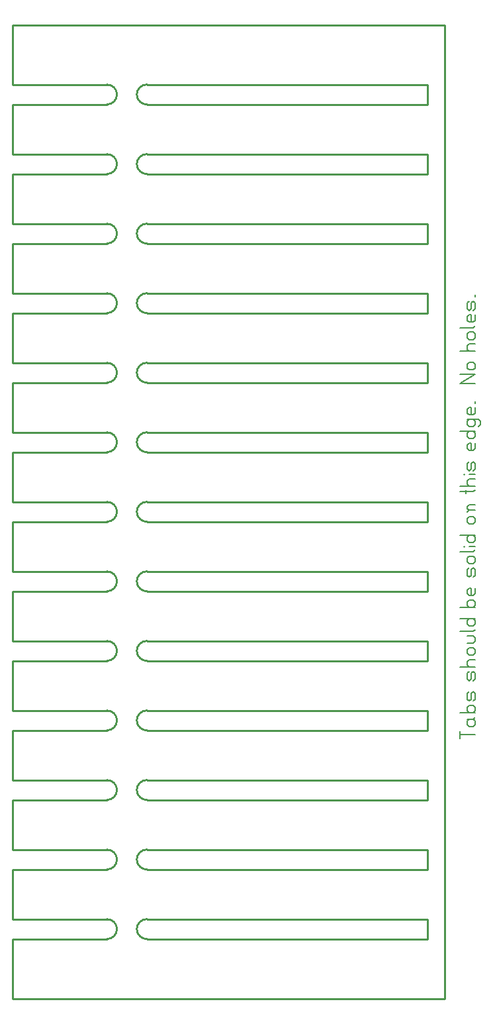
<source format=gbr>
G04 start of page 4 for group 2 idx 2 *
G04 Title: (unknown), outline *
G04 Creator: pcb 4.2.2 *
G04 CreationDate: Tue Dec 31 20:20:16 2024 UTC *
G04 For: ndholmes *
G04 Format: Gerber/RS-274X *
G04 PCB-Dimensions (mil): 3000.00 5500.00 *
G04 PCB-Coordinate-Origin: lower left *
%MOIN*%
%FSLAX25Y25*%
%LNOUTLINE*%
%ADD38C,0.0093*%
%ADD37C,0.0074*%
%ADD36C,0.0100*%
G54D36*X100000Y60000D02*X52500D01*
Y30000D02*X270000D01*
X52500Y60000D02*Y30000D01*
Y70000D02*Y95000D01*
X270000D02*Y70000D01*
X52500Y95000D02*X100000D01*
X120000D02*X261500D01*
X52500Y70000D02*X100000D01*
X120000D02*X261500D01*
X270000Y520000D02*Y30000D01*
Y340000D02*Y315000D01*
Y305000D02*Y280000D01*
Y270000D02*Y245000D01*
Y130000D02*Y105000D01*
X261500Y350000D02*Y340000D01*
Y315000D02*Y305000D01*
Y280000D02*Y270000D01*
Y105000D02*Y95000D01*
Y70000D02*Y60000D01*
X120000D01*
Y140000D02*X261500D01*
X120000Y130000D02*X261500D01*
X120000Y105000D02*X261500D01*
X120000Y340000D02*X261500D01*
X120000Y315000D02*X261500D01*
X120000Y305000D02*X261500D01*
X120000Y280000D02*X261500D01*
X120000Y270000D02*X261500D01*
X52500Y315000D02*Y340000D01*
Y375000D02*X100000D01*
X52500Y350000D02*X100000D01*
X52500Y340000D02*X100000D01*
X52500Y280000D02*Y305000D01*
Y245000D02*Y270000D01*
Y315000D02*X100000D01*
X52500Y305000D02*X100000D01*
X52500Y280000D02*X100000D01*
X52500Y270000D02*X100000D01*
X261500Y245000D02*Y235000D01*
Y210000D02*Y200000D01*
Y175000D02*Y165000D01*
Y140000D02*Y130000D01*
X52500Y245000D02*X100000D01*
X52500Y235000D02*X100000D01*
X52500Y210000D02*X100000D01*
X120000Y245000D02*X261500D01*
X120000Y235000D02*X261500D01*
X120000Y210000D02*X261500D01*
X120000Y200000D02*X261500D01*
X120000Y175000D02*X261500D01*
X120000Y165000D02*X261500D01*
X52500Y210000D02*Y235000D01*
Y175000D02*Y200000D01*
Y140000D02*Y165000D01*
Y105000D02*Y130000D01*
X270000Y235000D02*Y210000D01*
Y200000D02*Y175000D01*
Y165000D02*Y140000D01*
X52500Y200000D02*X100000D01*
X52500Y175000D02*X100000D01*
X52500Y165000D02*X100000D01*
X52500Y140000D02*X100000D01*
X52500Y130000D02*X100000D01*
X52500Y105000D02*X100000D01*
X52500Y520000D02*X270000D01*
X52500Y480000D02*X100000D01*
Y490000D02*X52500D01*
Y520000D01*
Y455000D02*Y480000D01*
Y455000D02*X100000D01*
X52500Y445000D02*X100000D01*
X261500Y420000D02*Y410000D01*
X270000Y445000D02*Y420000D01*
X261500Y385000D02*Y375000D01*
X120000Y490000D02*X261500D01*
X270000Y480000D02*Y455000D01*
X120000Y480000D02*X261500D01*
Y490000D02*Y480000D01*
Y455000D02*Y445000D01*
X120000Y455000D02*X261500D01*
X120000Y445000D02*X261500D01*
X52500Y420000D02*Y445000D01*
Y420000D02*X100000D01*
X52500Y410000D02*X100000D01*
X52500Y385000D02*X100000D01*
X52500D02*Y410000D01*
Y350000D02*Y375000D01*
X120000Y420000D02*X261500D01*
X120000Y410000D02*X261500D01*
X270000D02*Y385000D01*
X120000D02*X261500D01*
X270000Y375000D02*Y350000D01*
X120000Y375000D02*X261500D01*
X120000Y350000D02*X261500D01*
X115000Y170000D02*G75*G03X120000Y165000I5000J0D01*G01*
X115000Y170000D02*G75*G02X120000Y175000I5000J0D01*G01*
X115000Y205000D02*G75*G03X120000Y200000I5000J0D01*G01*
X115000Y205000D02*G75*G02X120000Y210000I5000J0D01*G01*
X105000Y170000D02*G75*G03X100000Y175000I-5000J0D01*G01*
X105000Y205000D02*G75*G02X100000Y200000I-5000J0D01*G01*
X105000Y205000D02*G75*G03X100000Y210000I-5000J0D01*G01*
X105000Y240000D02*G75*G02X100000Y235000I-5000J0D01*G01*
X105000Y240000D02*G75*G03X100000Y245000I-5000J0D01*G01*
X115000Y135000D02*G75*G03X120000Y130000I5000J0D01*G01*
X115000Y135000D02*G75*G02X120000Y140000I5000J0D01*G01*
X105000Y135000D02*G75*G02X100000Y130000I-5000J0D01*G01*
X105000Y135000D02*G75*G03X100000Y140000I-5000J0D01*G01*
X115000Y100000D02*G75*G03X120000Y95000I5000J0D01*G01*
X115000Y100000D02*G75*G02X120000Y105000I5000J0D01*G01*
X105000Y100000D02*G75*G02X100000Y95000I-5000J0D01*G01*
X105000Y100000D02*G75*G03X100000Y105000I-5000J0D01*G01*
X105000Y170000D02*G75*G02X100000Y165000I-5000J0D01*G01*
X115000Y65000D02*G75*G02X120000Y70000I5000J0D01*G01*
X115000Y65000D02*G75*G03X120000Y60000I5000J0D01*G01*
X105000Y65000D02*G75*G03X100000Y70000I-5000J0D01*G01*
X105000Y65000D02*G75*G02X100000Y60000I-5000J0D01*G01*
X115000Y240000D02*G75*G03X120000Y235000I5000J0D01*G01*
X115000Y240000D02*G75*G02X120000Y245000I5000J0D01*G01*
X115000Y275000D02*G75*G03X120000Y270000I5000J0D01*G01*
X115000Y275000D02*G75*G02X120000Y280000I5000J0D01*G01*
X105000Y275000D02*G75*G02X100000Y270000I-5000J0D01*G01*
X105000Y275000D02*G75*G03X100000Y280000I-5000J0D01*G01*
X105000Y310000D02*G75*G02X100000Y305000I-5000J0D01*G01*
X105000Y310000D02*G75*G03X100000Y315000I-5000J0D01*G01*
X115000Y310000D02*G75*G03X120000Y305000I5000J0D01*G01*
X115000Y310000D02*G75*G02X120000Y315000I5000J0D01*G01*
X115000Y345000D02*G75*G03X120000Y340000I5000J0D01*G01*
X115000Y345000D02*G75*G02X120000Y350000I5000J0D01*G01*
X115000Y380000D02*G75*G03X120000Y375000I5000J0D01*G01*
X115000Y380000D02*G75*G02X120000Y385000I5000J0D01*G01*
X105000Y345000D02*G75*G02X100000Y340000I-5000J0D01*G01*
X105000Y345000D02*G75*G03X100000Y350000I-5000J0D01*G01*
X105000Y380000D02*G75*G02X100000Y375000I-5000J0D01*G01*
X105000Y380000D02*G75*G03X100000Y385000I-5000J0D01*G01*
X105000Y415000D02*G75*G02X100000Y410000I-5000J0D01*G01*
X105000Y415000D02*G75*G03X100000Y420000I-5000J0D01*G01*
X115000Y415000D02*G75*G03X120000Y410000I5000J0D01*G01*
X115000Y415000D02*G75*G02X120000Y420000I5000J0D01*G01*
X115000Y450000D02*G75*G03X120000Y445000I5000J0D01*G01*
X115000Y450000D02*G75*G02X120000Y455000I5000J0D01*G01*
X105000Y450000D02*G75*G02X100000Y445000I-5000J0D01*G01*
X105000Y450000D02*G75*G03X100000Y455000I-5000J0D01*G01*
X115000Y485000D02*G75*G03X120000Y480000I5000J0D01*G01*
X115000Y485000D02*G75*G02X120000Y490000I5000J0D01*G01*
X105000Y485000D02*G75*G02X100000Y480000I-5000J0D01*G01*
X105000Y485000D02*G75*G03X100000Y490000I-5000J0D01*G01*
G54D37*X277860Y164720D02*Y161000D01*
Y162860D02*X285300D01*
X281580Y169742D02*X282510Y170672D01*
X281580Y169742D02*Y167882D01*
X282510Y166952D02*X281580Y167882D01*
X282510Y166952D02*X284370D01*
X285300Y167882D01*
X281580Y170672D02*X284370D01*
X285300Y171602D01*
Y169742D02*Y167882D01*
Y169742D02*X284370Y170672D01*
X277860Y173834D02*X285300D01*
X284370D02*X285300Y174764D01*
Y176624D02*Y174764D01*
Y176624D02*X284370Y177554D01*
X282510D02*X284370D01*
X281580Y176624D02*X282510Y177554D01*
X281580Y176624D02*Y174764D01*
X282510Y173834D02*X281580Y174764D01*
X285300Y183506D02*Y180716D01*
Y183506D02*X284370Y184436D01*
X283440Y183506D02*X284370Y184436D01*
X283440Y183506D02*Y180716D01*
X282510Y179786D02*X283440Y180716D01*
X282510Y179786D02*X281580Y180716D01*
Y183506D02*Y180716D01*
Y183506D02*X282510Y184436D01*
X284370Y179786D02*X285300Y180716D01*
Y193736D02*Y190946D01*
Y193736D02*X284370Y194666D01*
X283440Y193736D02*X284370Y194666D01*
X283440Y193736D02*Y190946D01*
X282510Y190016D02*X283440Y190946D01*
X282510Y190016D02*X281580Y190946D01*
Y193736D02*Y190946D01*
Y193736D02*X282510Y194666D01*
X284370Y190016D02*X285300Y190946D01*
X277860Y196898D02*X285300D01*
X282510D02*X281580Y197828D01*
Y199688D02*Y197828D01*
Y199688D02*X282510Y200618D01*
X285300D01*
X282510Y202850D02*X284370D01*
X282510D02*X281580Y203780D01*
Y205640D02*Y203780D01*
Y205640D02*X282510Y206570D01*
X284370D01*
X285300Y205640D02*X284370Y206570D01*
X285300Y205640D02*Y203780D01*
X284370Y202850D02*X285300Y203780D01*
X281580Y208802D02*X284370D01*
X285300Y209732D01*
Y211592D02*Y209732D01*
Y211592D02*X284370Y212522D01*
X281580D02*X284370D01*
X277860Y214754D02*X284370D01*
X285300Y215684D01*
X277860Y221264D02*X285300D01*
Y220334D02*X284370Y221264D01*
X285300Y220334D02*Y218474D01*
X284370Y217544D02*X285300Y218474D01*
X282510Y217544D02*X284370D01*
X282510D02*X281580Y218474D01*
Y220334D02*Y218474D01*
Y220334D02*X282510Y221264D01*
X277860Y226844D02*X285300D01*
X284370D02*X285300Y227774D01*
Y229634D02*Y227774D01*
Y229634D02*X284370Y230564D01*
X282510D02*X284370D01*
X281580Y229634D02*X282510Y230564D01*
X281580Y229634D02*Y227774D01*
X282510Y226844D02*X281580Y227774D01*
X285300Y236516D02*Y233726D01*
X284370Y232796D02*X285300Y233726D01*
X282510Y232796D02*X284370D01*
X282510D02*X281580Y233726D01*
Y235586D02*Y233726D01*
Y235586D02*X282510Y236516D01*
X283440D02*Y232796D01*
X282510Y236516D02*X283440D01*
X285300Y245816D02*Y243026D01*
Y245816D02*X284370Y246746D01*
X283440Y245816D02*X284370Y246746D01*
X283440Y245816D02*Y243026D01*
X282510Y242096D02*X283440Y243026D01*
X282510Y242096D02*X281580Y243026D01*
Y245816D02*Y243026D01*
Y245816D02*X282510Y246746D01*
X284370Y242096D02*X285300Y243026D01*
X282510Y248978D02*X284370D01*
X282510D02*X281580Y249908D01*
Y251768D02*Y249908D01*
Y251768D02*X282510Y252698D01*
X284370D01*
X285300Y251768D02*X284370Y252698D01*
X285300Y251768D02*Y249908D01*
X284370Y248978D02*X285300Y249908D01*
X277860Y254930D02*X284370D01*
X285300Y255860D01*
G54D38*X279720Y257720D02*X279906D01*
G54D37*X282510D02*X285300D01*
X277860Y263300D02*X285300D01*
Y262370D02*X284370Y263300D01*
X285300Y262370D02*Y260510D01*
X284370Y259580D02*X285300Y260510D01*
X282510Y259580D02*X284370D01*
X282510D02*X281580Y260510D01*
Y262370D02*Y260510D01*
Y262370D02*X282510Y263300D01*
Y268880D02*X284370D01*
X282510D02*X281580Y269810D01*
Y271670D02*Y269810D01*
Y271670D02*X282510Y272600D01*
X284370D01*
X285300Y271670D02*X284370Y272600D01*
X285300Y271670D02*Y269810D01*
X284370Y268880D02*X285300Y269810D01*
X282510Y275762D02*X285300D01*
X282510D02*X281580Y276692D01*
Y277622D02*Y276692D01*
Y277622D02*X282510Y278552D01*
X285300D01*
X281580Y274832D02*X282510Y275762D01*
X277860Y285062D02*X284370D01*
X285300Y285992D01*
X280650D02*Y284132D01*
X277860Y287852D02*X285300D01*
X282510D02*X281580Y288782D01*
Y290642D02*Y288782D01*
Y290642D02*X282510Y291572D01*
X285300D01*
G54D38*X279720Y293804D02*X279906D01*
G54D37*X282510D02*X285300D01*
Y299384D02*Y296594D01*
Y299384D02*X284370Y300314D01*
X283440Y299384D02*X284370Y300314D01*
X283440Y299384D02*Y296594D01*
X282510Y295664D02*X283440Y296594D01*
X282510Y295664D02*X281580Y296594D01*
Y299384D02*Y296594D01*
Y299384D02*X282510Y300314D01*
X284370Y295664D02*X285300Y296594D01*
Y309614D02*Y306824D01*
X284370Y305894D02*X285300Y306824D01*
X282510Y305894D02*X284370D01*
X282510D02*X281580Y306824D01*
Y308684D02*Y306824D01*
Y308684D02*X282510Y309614D01*
X283440D02*Y305894D01*
X282510Y309614D02*X283440D01*
X277860Y315566D02*X285300D01*
Y314636D02*X284370Y315566D01*
X285300Y314636D02*Y312776D01*
X284370Y311846D02*X285300Y312776D01*
X282510Y311846D02*X284370D01*
X282510D02*X281580Y312776D01*
Y314636D02*Y312776D01*
Y314636D02*X282510Y315566D01*
X281580Y320588D02*X282510Y321518D01*
X281580Y320588D02*Y318728D01*
X282510Y317798D02*X281580Y318728D01*
X282510Y317798D02*X284370D01*
X285300Y318728D01*
Y320588D02*Y318728D01*
Y320588D02*X284370Y321518D01*
X287160Y317798D02*X288090Y318728D01*
Y320588D02*Y318728D01*
Y320588D02*X287160Y321518D01*
X281580D02*X287160D01*
X285300Y327470D02*Y324680D01*
X284370Y323750D02*X285300Y324680D01*
X282510Y323750D02*X284370D01*
X282510D02*X281580Y324680D01*
Y326540D02*Y324680D01*
Y326540D02*X282510Y327470D01*
X283440D02*Y323750D01*
X282510Y327470D02*X283440D01*
X285300Y330632D02*Y329702D01*
X277860Y339560D02*X285300D01*
X277860D02*X285300Y344210D01*
X277860D02*X285300D01*
X282510Y346442D02*X284370D01*
X282510D02*X281580Y347372D01*
Y349232D02*Y347372D01*
Y349232D02*X282510Y350162D01*
X284370D01*
X285300Y349232D02*X284370Y350162D01*
X285300Y349232D02*Y347372D01*
X284370Y346442D02*X285300Y347372D01*
X277860Y355742D02*X285300D01*
X282510D02*X281580Y356672D01*
Y358532D02*Y356672D01*
Y358532D02*X282510Y359462D01*
X285300D01*
X282510Y361694D02*X284370D01*
X282510D02*X281580Y362624D01*
Y364484D02*Y362624D01*
Y364484D02*X282510Y365414D01*
X284370D01*
X285300Y364484D02*X284370Y365414D01*
X285300Y364484D02*Y362624D01*
X284370Y361694D02*X285300Y362624D01*
X277860Y367646D02*X284370D01*
X285300Y368576D01*
Y374156D02*Y371366D01*
X284370Y370436D02*X285300Y371366D01*
X282510Y370436D02*X284370D01*
X282510D02*X281580Y371366D01*
Y373226D02*Y371366D01*
Y373226D02*X282510Y374156D01*
X283440D02*Y370436D01*
X282510Y374156D02*X283440D01*
X285300Y380108D02*Y377318D01*
Y380108D02*X284370Y381038D01*
X283440Y380108D02*X284370Y381038D01*
X283440Y380108D02*Y377318D01*
X282510Y376388D02*X283440Y377318D01*
X282510Y376388D02*X281580Y377318D01*
Y380108D02*Y377318D01*
Y380108D02*X282510Y381038D01*
X284370Y376388D02*X285300Y377318D01*
Y384200D02*Y383270D01*
M02*

</source>
